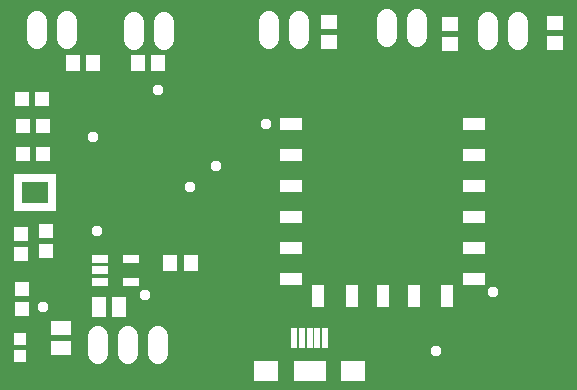
<source format=gbr>
G04 EAGLE Gerber RS-274X export*
G75*
%MOMM*%
%FSLAX34Y34*%
%LPD*%
%INSoldermask Top*%
%IPNEG*%
%AMOC8*
5,1,8,0,0,1.08239X$1,22.5*%
G01*
%ADD10R,1.203200X1.303200*%
%ADD11C,1.727200*%
%ADD12R,1.303200X1.203200*%
%ADD13R,1.651000X1.168400*%
%ADD14R,1.168400X1.651000*%
%ADD15R,0.603200X1.653200*%
%ADD16R,2.000000X1.700000*%
%ADD17R,2.700000X1.700000*%
%ADD18R,1.003200X1.003200*%
%ADD19R,1.208800X1.403197*%
%ADD20R,1.403197X1.208800*%
%ADD21R,1.981200X1.117600*%
%ADD22R,1.117600X1.981200*%
%ADD23R,0.473200X0.653200*%
%ADD24R,0.653200X0.473200*%
%ADD25R,1.403200X0.803200*%
%ADD26C,0.959600*%


D10*
X43100Y141400D03*
X43100Y124400D03*
D11*
X60250Y304130D02*
X60250Y319370D01*
X34850Y319370D02*
X34850Y304130D01*
X142600Y303030D02*
X142600Y318270D01*
X117200Y318270D02*
X117200Y303030D01*
X256600Y304280D02*
X256600Y319520D01*
X231200Y319520D02*
X231200Y304280D01*
X356850Y305530D02*
X356850Y320770D01*
X331450Y320770D02*
X331450Y305530D01*
X442100Y303030D02*
X442100Y318270D01*
X416700Y318270D02*
X416700Y303030D01*
X137600Y53020D02*
X137600Y37780D01*
X112200Y37780D02*
X112200Y53020D01*
X86800Y53020D02*
X86800Y37780D01*
D12*
X22550Y252900D03*
X39550Y252900D03*
X23450Y230400D03*
X40450Y230400D03*
X22850Y206400D03*
X39850Y206400D03*
D10*
X21500Y138900D03*
X21500Y121900D03*
D13*
X55600Y59005D03*
X55600Y42495D03*
D14*
X87595Y77000D03*
X104105Y77000D03*
D15*
X265850Y50550D03*
X259350Y50550D03*
X252850Y50550D03*
X272350Y50550D03*
X278850Y50550D03*
D16*
X229010Y23300D03*
X302690Y23300D03*
D17*
X265850Y23300D03*
D18*
X21050Y50500D03*
X21050Y35500D03*
D19*
X65372Y283700D03*
X82428Y283700D03*
X120622Y283700D03*
X137678Y283700D03*
D20*
X281900Y301422D03*
X281900Y318478D03*
X384650Y300172D03*
X384650Y317228D03*
X473850Y318028D03*
X473850Y300972D03*
D19*
X165128Y114500D03*
X148072Y114500D03*
D12*
X22000Y92200D03*
X22000Y75200D03*
D21*
X250350Y153500D03*
X250350Y206000D03*
X250350Y127250D03*
X250350Y179750D03*
X250350Y232250D03*
X250350Y101000D03*
X405350Y179750D03*
X405350Y153500D03*
X405350Y127250D03*
X405350Y206000D03*
X405350Y232250D03*
X405350Y101000D03*
D22*
X273350Y86500D03*
X301350Y86500D03*
X327850Y86500D03*
X354350Y86500D03*
X382350Y86500D03*
D23*
X48450Y162150D03*
D24*
X48150Y167950D03*
X48150Y172250D03*
X48150Y176550D03*
X48150Y180850D03*
D23*
X48450Y186650D03*
X44150Y186650D03*
X39850Y186650D03*
X35550Y186650D03*
X31250Y186650D03*
X26950Y186650D03*
X22650Y186650D03*
X18350Y186650D03*
D24*
X18650Y180850D03*
X18650Y176550D03*
X18650Y172250D03*
X18650Y167950D03*
D23*
X18350Y162150D03*
X22650Y162150D03*
X26950Y162150D03*
X31250Y162150D03*
X35550Y162150D03*
X39850Y162150D03*
X44150Y162150D03*
D25*
X114710Y117700D03*
X114710Y98700D03*
X88590Y117700D03*
X88590Y108200D03*
X88590Y98700D03*
D26*
X86250Y141250D03*
X228750Y232500D03*
X40000Y77500D03*
X126250Y87500D03*
X372500Y40000D03*
X421250Y90000D03*
X137500Y261250D03*
X186250Y196250D03*
X82500Y221250D03*
X165000Y178750D03*
M02*

</source>
